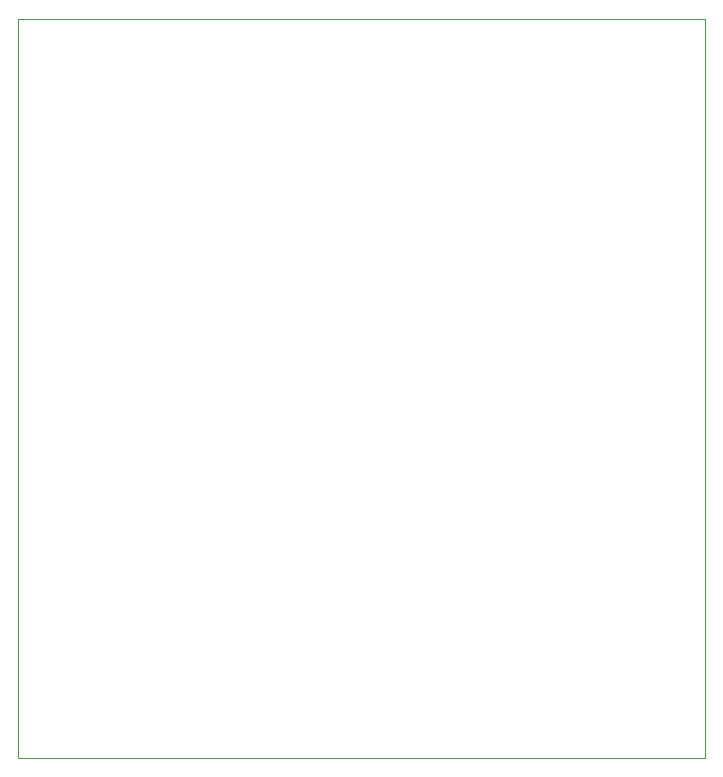
<source format=gbr>
%TF.GenerationSoftware,KiCad,Pcbnew,7.0.9-1.fc39*%
%TF.CreationDate,2023-11-27T01:07:48-03:00*%
%TF.ProjectId,TapBeerFlowControl_hardware,54617042-6565-4724-966c-6f77436f6e74,rev?*%
%TF.SameCoordinates,Original*%
%TF.FileFunction,Profile,NP*%
%FSLAX46Y46*%
G04 Gerber Fmt 4.6, Leading zero omitted, Abs format (unit mm)*
G04 Created by KiCad (PCBNEW 7.0.9-1.fc39) date 2023-11-27 01:07:48*
%MOMM*%
%LPD*%
G01*
G04 APERTURE LIST*
%TA.AperFunction,Profile*%
%ADD10C,0.100000*%
%TD*%
G04 APERTURE END LIST*
D10*
X110460000Y-26740000D02*
X168650000Y-26740000D01*
X168650000Y-89320000D01*
X110460000Y-89320000D01*
X110460000Y-26740000D01*
M02*

</source>
